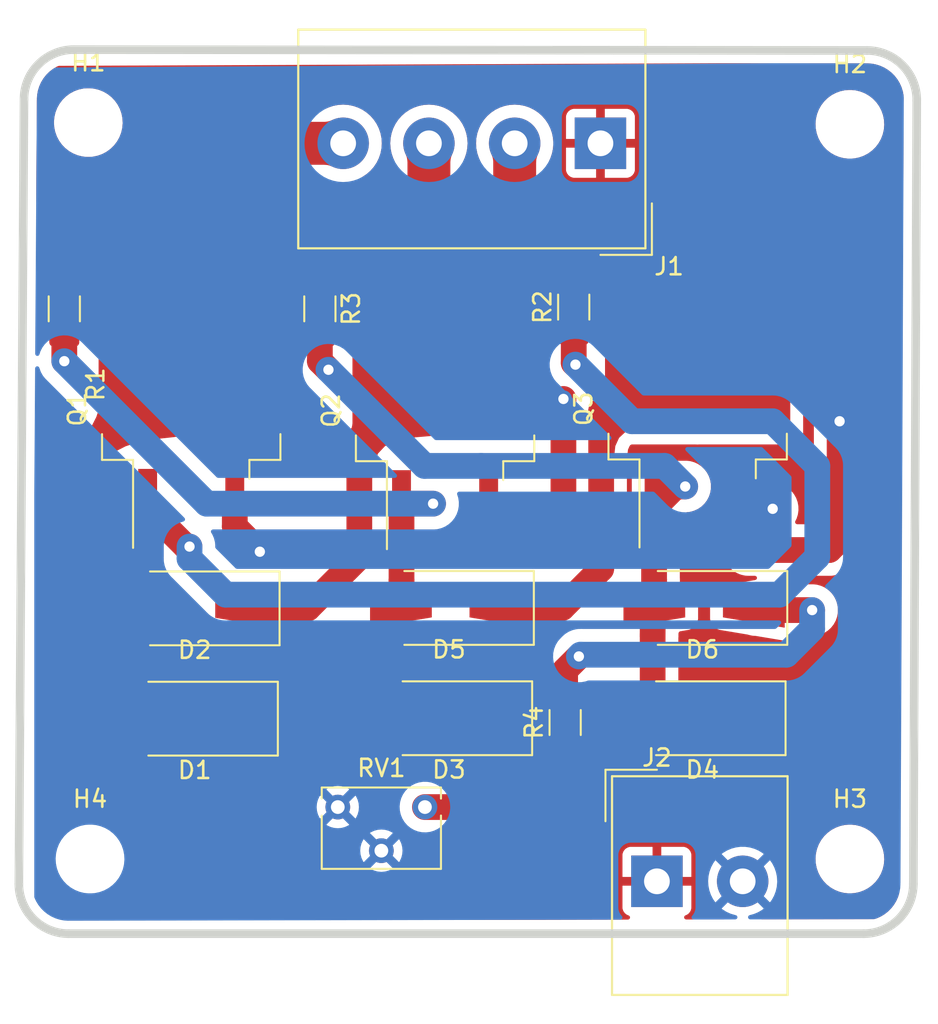
<source format=kicad_pcb>
(kicad_pcb (version 20211014) (generator pcbnew)
  (layers (0 "F.Cu" signal) (31 "B.Cu" signal) (34 "B.Paste" user) (35 "F.Paste" user) (36 "B.SilkS" user "B.Silkscreen") (37 "F.SilkS" user "F.Silkscreen") (38 "B.Mask" user) (39 "F.Mask" user) (44 "Edge.Cuts" user))
  (net 0 "")
  (net 1 "Net-(D6-Pad1)")
  (net 2 "Net-(D1-Pad2)")
  (net 3 "PIN_V")
  (net 4 "Net-(D3-Pad2)")
  (net 5 "PIN_U")
  (net 6 "Net-(D4-Pad2)")
  (net 7 "PIN_W")
  (net 8 "+12V")
  (net 9 "GNDPWR")
  (net 10 "Net-(R4-Pad1)")
  (footprint "Resistor_SMD:R_1206_3216Metric_Pad1.30x1.75mm_HandSolder" (layer "F.Cu") (at 68.95 48.35 -90)
    (fp_text reference "R3" (at 0 -1.82 90) (layer "F.SilkS"))
    (fp_text value "10K")
    (fp_line (start -0.727064 -0.91) (end 0.727064 -0.91) (layer "F.SilkS") (width 0.12))
    (fp_line (start -0.727064 0.91) (end 0.727064 0.91) (layer "F.SilkS") (width 0.12))
    (pad "1" smd roundrect (at -1.55 0 270) (size 1.3 1.75) (layers "F.Cu" "F.Paste" "F.Mask") (roundrect_rratio 0.192308) (net 3 "PIN_V"))
    (pad "2" smd roundrect (at 1.55 0 270) (size 1.3 1.75) (layers "F.Cu" "F.Paste" "F.Mask") (roundrect_rratio 0.192308) (net 6 "Net-(D4-Pad2)"))
  )
  (footprint "MountingHole:MountingHole_2.5mm" (layer "F.Cu") (at 99.85 37.6)
    (fp_text reference "H2" (at 0 -3.5) (layer "F.SilkS"))
    (fp_text value "MountingHole")
    (pad "" np_thru_hole circle (at 0 0) (size 2.5 2.5) (drill 2.5) (layers *.Cu *.Mask))
  )
  (footprint "Diode_SMD:D_SMA-SMB_Universal_Handsoldering" (layer "F.Cu") (at 76.575 65.775 180)
    (fp_text reference "D5" (at 0.1 -2.425) (layer "F.SilkS"))
    (fp_text value "1N4007")
    (fp_line (start -4.85 -2.15) (end -4.85 2.15) (layer "F.SilkS") (width 0.12))
    (fp_line (start -4.85 -2.15) (end 2.7 -2.15) (layer "F.SilkS") (width 0.12))
    (fp_line (start -4.85 2.15) (end 2.7 2.15) (layer "F.SilkS") (width 0.12))
    (pad "1" smd trapezoid (at -2.9 0 180) (size 3.6 1.7) (rect_delta 0.6 0) (layers "F.Cu" "F.Paste" "F.Mask") (net 7 "PIN_W"))
    (pad "2" smd trapezoid (at 2.9 0) (size 3.6 1.7) (rect_delta 0.6 0) (layers "F.Cu" "F.Paste" "F.Mask") (net 4 "Net-(D3-Pad2)"))
  )
  (footprint "Diode_SMD:D_SMA-SMB_Universal_Handsoldering" (layer "F.Cu") (at 61.65 72.225 180)
    (fp_text reference "D1" (at 0 -3) (layer "F.SilkS"))
    (fp_text value "1N4007")
    (fp_line (start -4.85 -2.15) (end 2.7 -2.15) (layer "F.SilkS") (width 0.12))
    (fp_line (start -4.85 2.15) (end 2.7 2.15) (layer "F.SilkS") (width 0.12))
    (fp_line (start -4.85 -2.15) (end -4.85 2.15) (layer "F.SilkS") (width 0.12))
    (pad "1" smd trapezoid (at -2.9 0 180) (size 3.6 1.7) (rect_delta 0.6 0) (layers "F.Cu" "F.Paste" "F.Mask") (net 1 "Net-(D6-Pad1)"))
    (pad "2" smd trapezoid (at 2.9 0) (size 3.6 1.7) (rect_delta 0.6 0) (layers "F.Cu" "F.Paste" "F.Mask") (net 2 "Net-(D1-Pad2)"))
  )
  (footprint "Potentiometer_THT:Potentiometer_Bourns_3266W_Vertical" (layer "F.Cu") (at 75.075 77.375)
    (fp_text reference "RV1" (at -2.54 -2.27) (layer "F.SilkS"))
    (fp_text value "100K")
    (fp_line (start -6.015 0.495) (end -6.015 3.6) (layer "F.SilkS") (width 0.12))
    (fp_line (start 0.935 0.495) (end 0.935 3.6) (layer "F.SilkS") (width 0.12))
    (fp_line (start -6.015 3.6) (end 0.935 3.6) (layer "F.SilkS") (width 0.12))
    (fp_line (start 0.935 -1.14) (end 0.935 -0.495) (layer "F.SilkS") (width 0.12))
    (fp_line (start -6.015 -1.14) (end -6.015 -0.495) (layer "F.SilkS") (width 0.12))
    (fp_line (start -6.015 -1.14) (end 0.935 -1.14) (layer "F.SilkS") (width 0.12))
    (pad "1" thru_hole circle (at 0 0) (size 1.44 1.44) (drill 0.8) (layers *.Cu *.Mask) (net 10 "Net-(R4-Pad1)"))
    (pad "2" thru_hole circle (at -2.54 2.54) (size 1.44 1.44) (drill 0.8) (layers *.Cu *.Mask) (net 9 "GNDPWR"))
    (pad "3" thru_hole circle (at -5.08 0) (size 1.44 1.44) (drill 0.8) (layers *.Cu *.Mask) (net 9 "GNDPWR"))
  )
  (footprint "Resistor_SMD:R_1206_3216Metric_Pad1.30x1.75mm_HandSolder" (layer "F.Cu") (at 54.05 48.35 -90)
    (fp_text reference "R1" (at 4.4 -1.82 90) (layer "F.SilkS"))
    (fp_text value "10K")
    (fp_line (start -0.727064 -0.91) (end 0.727064 -0.91) (layer "F.SilkS") (width 0.12))
    (fp_line (start -0.727064 0.91) (end 0.727064 0.91) (layer "F.SilkS") (width 0.12))
    (pad "1" smd roundrect (at -1.55 0 270) (size 1.3 1.75) (layers "F.Cu" "F.Paste" "F.Mask") (roundrect_rratio 0.192308) (net 5 "PIN_U"))
    (pad "2" smd roundrect (at 1.55 0 270) (size 1.3 1.75) (layers "F.Cu" "F.Paste" "F.Mask") (roundrect_rratio 0.192308) (net 4 "Net-(D3-Pad2)"))
  )
  (footprint "Resistor_SMD:R_1206_3216Metric_Pad1.30x1.75mm_HandSolder" (layer "F.Cu") (at 83.75 48.25 90)
    (fp_text reference "R2" (at 0 -1.82 90) (layer "F.SilkS"))
    (fp_text value "10K")
    (fp_line (start -0.727064 0.91) (end 0.727064 0.91) (layer "F.SilkS") (width 0.12))
    (fp_line (start -0.727064 -0.91) (end 0.727064 -0.91) (layer "F.SilkS") (width 0.12))
    (pad "1" smd roundrect (at -1.55 0 90) (size 1.3 1.75) (layers "F.Cu" "F.Paste" "F.Mask") (roundrect_rratio 0.192308) (net 2 "Net-(D1-Pad2)"))
    (pad "2" smd roundrect (at 1.55 0 90) (size 1.3 1.75) (layers "F.Cu" "F.Paste" "F.Mask") (roundrect_rratio 0.192308) (net 7 "PIN_W"))
  )
  (footprint "MountingHole:MountingHole_2.5mm" (layer "F.Cu") (at 55.45 37.5)
    (fp_text reference "H1" (at 0 -3.5) (layer "F.SilkS"))
    (fp_text value "MountingHole")
    (pad "" np_thru_hole circle (at 0 0) (size 2.5 2.5) (drill 2.5) (layers *.Cu *.Mask))
  )
  (footprint "Diode_SMD:D_SMA-SMB_Universal_Handsoldering" (layer "F.Cu") (at 76.475 72.2 180)
    (fp_text reference "D3" (at 0 -3) (layer "F.SilkS"))
    (fp_text value "1N4007")
    (fp_line (start -4.85 -2.15) (end 2.7 -2.15) (layer "F.SilkS") (width 0.12))
    (fp_line (start -4.85 2.15) (end 2.7 2.15) (layer "F.SilkS") (width 0.12))
    (fp_line (start -4.85 -2.15) (end -4.85 2.15) (layer "F.SilkS") (width 0.12))
    (pad "1" smd trapezoid (at -2.9 0 180) (size 3.6 1.7) (rect_delta 0.6 0) (layers "F.Cu" "F.Paste" "F.Mask") (net 1 "Net-(D6-Pad1)"))
    (pad "2" smd trapezoid (at 2.9 0) (size 3.6 1.7) (rect_delta 0.6 0) (layers "F.Cu" "F.Paste" "F.Mask") (net 4 "Net-(D3-Pad2)"))
  )
  (footprint "Package_TO_SOT_SMD:TO-263-2" (layer "F.Cu") (at 61.45 54.2 90)
    (fp_text reference "Q1" (at 0 -6.65 90) (layer "F.SilkS"))
    (fp_text value "IRF540N")
    (fp_line (start -1.45 5.2) (end -2.95 5.2) (layer "F.SilkS") (width 0.12))
    (fp_line (start -2.95 3.39) (end -4.05 3.39) (layer "F.SilkS") (width 0.12))
    (fp_line (start -2.95 -3.39) (end -8.075 -3.39) (layer "F.SilkS") (width 0.12))
    (fp_line (start -2.95 -5.2) (end -2.95 -3.39) (layer "F.SilkS") (width 0.12))
    (fp_line (start -2.95 5.2) (end -2.95 3.39) (layer "F.SilkS") (width 0.12))
    (fp_line (start -1.45 -5.2) (end -2.95 -5.2) (layer "F.SilkS") (width 0.12))
    (pad "1" smd rect (at -5.775 -2.54 90) (size 4.6 1.1) (layers "F.Cu" "F.Paste" "F.Mask") (net 2 "Net-(D1-Pad2)"))
    (pad "2" smd rect (at 3.375 0 90) (size 9.4 10.8) (layers "F.Cu" "F.Mask") (net 5 "PIN_U"))
    (pad "3" smd rect (at -5.775 2.54 90) (size 4.6 1.1) (layers "F.Cu" "F.Paste" "F.Mask") (net 9 "GNDPWR"))
  )
  (footprint "MountingHole:MountingHole_2.5mm" (layer "F.Cu") (at 99.85 80.4)
    (fp_text reference "H3" (at 0 -3.5) (layer "F.SilkS"))
    (fp_text value "MountingHole")
    (pad "" np_thru_hole circle (at 0 0) (size 2.5 2.5) (drill 2.5) (layers *.Cu *.Mask))
  )
  (footprint "TerminalBlock_Altech:Altech_AK300_1x04_P5.00mm_45-Degree" (layer "F.Cu") (at 85.3075 38.7075 180)
    (fp_text reference "J1" (at -4 -7.175) (layer "F.SilkS"))
    (fp_text value "MOTOR_OUTPUT")
    (fp_line (start -3 -6.5) (end 0 -6.5) (layer "F.SilkS") (width 0.12))
    (fp_line (start -2.62 6.62) (end 17.62 6.62) (layer "F.SilkS") (width 0.12))
    (fp_line (start -2.62 6.62) (end 17.62 6.62) (layer "F.SilkS") (width 0.12))
    (fp_line (start -3 -3.5) (end -3 -6.5) (layer "F.SilkS") (width 0.12))
    (fp_line (start -2.62 -6.12) (end 17.62 -6.12) (layer "F.SilkS") (width 0.12))
    (fp_line (start -2.62 -6.12) (end 17.62 -6.12) (layer "F.SilkS") (width 0.12))
    (fp_line (start 17.62 -6.12) (end 17.62 6.62) (layer "F.SilkS") (width 0.12))
    (fp_line (start 17.62 -6.12) (end 17.62 6.62) (layer "F.SilkS") (width 0.12))
    (fp_line (start -2.62 -6.12) (end -2.62 6.62) (layer "F.SilkS") (width 0.12))
    (fp_line (start -2.62 -6.12) (end -2.62 6.62) (layer "F.SilkS") (width 0.12))
    (pad "1" thru_hole rect (at 0 0 180) (size 3 3) (drill 1.5) (layers *.Cu *.Mask) (net 8 "+12V"))
    (pad "2" thru_hole circle (at 5 0 180) (size 3 3) (drill 1.5) (layers *.Cu *.Mask) (net 7 "PIN_W"))
    (pad "3" thru_hole circle (at 10 0 180) (size 3 3) (drill 1.5) (layers *.Cu *.Mask) (net 3 "PIN_V"))
    (pad "4" thru_hole circle (at 15 0 180) (size 3 3) (drill 1.5) (layers *.Cu *.Mask) (net 5 "PIN_U"))
  )
  (footprint "Package_TO_SOT_SMD:TO-263-2" (layer "F.Cu") (at 90.975 54.175 90)
    (fp_text reference "Q3" (at 0 -6.65 90) (layer "F.SilkS"))
    (fp_text value "IRF540N")
    (fp_line (start -2.95 -3.39) (end -8.075 -3.39) (layer "F.SilkS") (width 0.12))
    (fp_line (start -1.45 -5.2) (end -2.95 -5.2) (layer "F.SilkS") (width 0.12))
    (fp_line (start -1.45 5.2) (end -2.95 5.2) (layer "F.SilkS") (width 0.12))
    (fp_line (start -2.95 3.39) (end -4.05 3.39) (layer "F.SilkS") (width 0.12))
    (fp_line (start -2.95 5.2) (end -2.95 3.39) (layer "F.SilkS") (width 0.12))
    (fp_line (start -2.95 -5.2) (end -2.95 -3.39) (layer "F.SilkS") (width 0.12))
    (pad "1" smd rect (at -5.775 -2.54 90) (size 4.6 1.1) (layers "F.Cu" "F.Paste" "F.Mask") (net 6 "Net-(D4-Pad2)"))
    (pad "2" smd rect (at 3.375 0 90) (size 9.4 10.8) (layers "F.Cu" "F.Mask") (net 7 "PIN_W"))
    (pad "3" smd rect (at -5.775 2.54 90) (size 4.6 1.1) (layers "F.Cu" "F.Paste" "F.Mask") (net 9 "GNDPWR"))
  )
  (footprint "TerminalBlock_Altech:Altech_AK300_1x02_P5.00mm_45-Degree" (layer "F.Cu") (at 88.6 81.7)
    (fp_text reference "J2" (at 0 -7.2) (layer "F.SilkS"))
    (fp_text value "POWER_INPUT")
    (fp_line (start -2.62 6.62) (end 7.62 6.62) (layer "F.SilkS") (width 0.12))
    (fp_line (start -2.62 -6.12) (end 7.62 -6.12) (layer "F.SilkS") (width 0.12))
    (fp_line (start 7.62 -6.12) (end 7.62 6.62) (layer "F.SilkS") (width 0.12))
    (fp_line (start 7.62 -6.12) (end 7.62 6.62) (layer "F.SilkS") (width 0.12))
    (fp_line (start -2.62 -6.12) (end -2.62 6.62) (layer "F.SilkS") (width 0.12))
    (fp_line (start -2.62 6.62) (end 7.62 6.62) (layer "F.SilkS") (width 0.12))
    (fp_line (start -3 -6.5) (end 0 -6.5) (layer "F.SilkS") (width 0.12))
    (fp_line (start -3 -3.5) (end -3 -6.5) (layer "F.SilkS") (width 0.12))
    (fp_line (start -2.62 -6.12) (end -2.62 6.62) (layer "F.SilkS") (width 0.12))
    (fp_line (start -2.62 -6.12) (end 7.62 -6.12) (layer "F.SilkS") (width 0.12))
    (pad "1" thru_hole rect (at 0 0) (size 3 3) (drill 1.5) (layers *.Cu *.Mask) (net 8 "+12V"))
    (pad "2" thru_hole circle (at 5 0) (size 3 3) (drill 1.5) (layers *.Cu *.Mask) (net 9 "GNDPWR"))
  )
  (footprint "Resistor_SMD:R_1206_3216Metric_Pad1.30x1.75mm_HandSolder" (layer "F.Cu") (at 83.25 72.45 90)
    (fp_text reference "R4" (at 0 -1.82 90) (layer "F.SilkS"))
    (fp_text value "1K")
    (fp_line (start -0.727064 0.91) (end 0.727064 0.91) (layer "F.SilkS") (width 0.12))
    (fp_line (start -0.727064 -0.91) (end 0.727064 -0.91) (layer "F.SilkS") (width 0.12))
    (pad "1" smd roundrect (at -1.55 0 90) (size 1.3 1.75) (layers "F.Cu" "F.Paste" "F.Mask") (roundrect_rratio 0.192308) (net 10 "Net-(R4-Pad1)"))
    (pad "2" smd roundrect (at 1.55 0 90) (size 1.3 1.75) (layers "F.Cu" "F.Paste" "F.Mask") (roundrect_rratio 0.192308) (net 1 "Net-(D6-Pad1)"))
  )
  (footprint "Diode_SMD:D_SMA-SMB_Universal_Handsoldering" (layer "F.Cu") (at 61.75 65.8 180)
    (fp_text reference "D2" (at 0.1 -2.425) (layer "F.SilkS"))
    (fp_text value "1N4007")
    (fp_line (start -4.85 -2.15) (end 2.7 -2.15) (layer "F.SilkS") (width 0.12))
    (fp_line (start -4.85 -2.15) (end -4.85 2.15) (layer "F.SilkS") (width 0.12))
    (fp_line (start -4.85 2.15) (end 2.7 2.15) (layer "F.SilkS") (width 0.12))
    (pad "1" smd trapezoid (at -2.9 0 180) (size 3.6 1.7) (rect_delta 0.6 0) (layers "F.Cu" "F.Paste" "F.Mask") (net 3 "PIN_V"))
    (pad "2" smd trapezoid (at 2.9 0) (size 3.6 1.7) (rect_delta 0.6 0) (layers "F.Cu" "F.Paste" "F.Mask") (net 2 "Net-(D1-Pad2)"))
  )
  (footprint "Package_TO_SOT_SMD:TO-263-2" (layer "F.Cu") (at 76.25 54.275 90)
    (fp_text reference "Q2" (at 0 -6.65 90) (layer "F.SilkS"))
    (fp_text value "IRF540N")
    (fp_line (start -2.95 5.2) (end -2.95 3.39) (layer "F.SilkS") (width 0.12))
    (fp_line (start -1.45 -5.2) (end -2.95 -5.2) (layer "F.SilkS") (width 0.12))
    (fp_line (start -2.95 -3.39) (end -8.075 -3.39) (layer "F.SilkS") (width 0.12))
    (fp_line (start -2.95 -5.2) (end -2.95 -3.39) (layer "F.SilkS") (width 0.12))
    (fp_line (start -1.45 5.2) (end -2.95 5.2) (layer "F.SilkS") (width 0.12))
    (fp_line (start -2.95 3.39) (end -4.05 3.39) (layer "F.SilkS") (width 0.12))
    (pad "1" smd rect (at -5.775 -2.54 90) (size 4.6 1.1) (layers "F.Cu" "F.Paste" "F.Mask") (net 4 "Net-(D3-Pad2)"))
    (pad "2" smd rect (at 3.375 0 90) (size 9.4 10.8) (layers "F.Cu" "F.Mask") (net 3 "PIN_V"))
    (pad "3" smd rect (at -5.775 2.54 90) (size 4.6 1.1) (layers "F.Cu" "F.Paste" "F.Mask") (net 9 "GNDPWR"))
  )
  (footprint "MountingHole:MountingHole_2.5mm" (layer "F.Cu") (at 55.55 80.4)
    (fp_text reference "H4" (at 0 -3.5) (layer "F.SilkS"))
    (fp_text value "MountingHole")
    (pad "" np_thru_hole circle (at 0 0) (size 2.5 2.5) (drill 2.5) (layers *.Cu *.Mask))
  )
  (footprint "Diode_SMD:D_SMA-SMB_Universal_Handsoldering" (layer "F.Cu") (at 91.25 72.2 180)
    (fp_text reference "D4" (at 0 -3) (layer "F.SilkS"))
    (fp_text value "1N4007")
    (fp_line (start -4.85 -2.15) (end -4.85 2.15) (layer "F.SilkS") (width 0.12))
    (fp_line (start -4.85 -2.15) (end 2.7 -2.15) (layer "F.SilkS") (width 0.12))
    (fp_line (start -4.85 2.15) (end 2.7 2.15) (layer "F.SilkS") (width 0.12))
    (pad "1" smd trapezoid (at -2.9 0 180) (size 3.6 1.7) (rect_delta 0.6 0) (layers "F.Cu" "F.Paste" "F.Mask") (net 5 "PIN_U"))
    (pad "2" smd trapezoid (at 2.9 0) (size 3.6 1.7) (rect_delta 0.6 0) (layers "F.Cu" "F.Paste" "F.Mask") (net 6 "Net-(D4-Pad2)"))
  )
  (footprint "Diode_SMD:D_SMA-SMB_Universal_Handsoldering" (layer "F.Cu") (at 91.35 65.775 180)
    (fp_text reference "D6" (at 0.1 -2.425) (layer "F.SilkS"))
    (fp_text value "1N4007")
    (fp_line (start -4.85 -2.15) (end -4.85 2.15) (layer "F.SilkS") (width 0.12))
    (fp_line (start -4.85 -2.15) (end 2.7 -2.15) (layer "F.SilkS") (width 0.12))
    (fp_line (start -4.85 2.15) (end 2.7 2.15) (layer "F.SilkS") (width 0.12))
    (pad "1" smd trapezoid (at -2.9 0 180) (size 3.6 1.7) (rect_delta 0.6 0) (layers "F.Cu" "F.Paste" "F.Mask") (net 1 "Net-(D6-Pad1)"))
    (pad "2" smd trapezoid (at 2.9 0) (size 3.6 1.7) (rect_delta 0.6 0) (layers "F.Cu" "F.Paste" "F.Mask") (net 6 "Net-(D4-Pad2)"))
  )
  (gr_arc (start 51.70061 36.15061) (mid 52.55 34.1) (end 54.60061 33.25061) (layer "Edge.Cuts") (width 0.5))
  (gr_arc (start 100.85 33.3) (mid 102.90061 34.14939) (end 103.75 36.2) (layer "Edge.Cuts") (width 0.5))
  (gr_line (start 51.40061 81.84939) (end 51.70061 36.15061) (layer "Edge.Cuts") (width 0.5))
  (gr_line (start 100.64939 84.74939) (end 54.30061 84.74939) (layer "Edge.Cuts") (width 0.5))
  (gr_line (start 54.60061 33.25061) (end 100.85 33.3) (layer "Edge.Cuts") (width 0.5))
  (gr_arc (start 54.30061 84.74939) (mid 52.25 83.9) (end 51.40061 81.84939) (layer "Edge.Cuts") (width 0.5))
  (gr_arc (start 103.54939 81.84939) (mid 102.7 83.9) (end 100.64939 84.74939) (layer "Edge.Cuts") (width 0.5))
  (gr_line (start 103.75 36.2) (end 103.54939 81.84939) (layer "Edge.Cuts") (width 0.5))
  (segment (start 79.375 72.2) (end 80.675 70.9) (width 1.5) (layer "F.Cu") (net 1))
  (segment (start 66.375 72.225) (end 69.05 74.9) (width 1.5) (layer "F.Cu") (net 1))
  (segment (start 94.375 65.9) (end 94.25 65.775) (width 1.5) (layer "F.Cu") (net 1))
  (segment (start 69.05 74.9) (end 78.45 74.9) (width 1.5) (layer "F.Cu") (net 1))
  (segment (start 80.675 70.9) (end 83.25 70.9) (width 1.5) (layer "F.Cu") (net 1))
  (segment (start 83.25 69.4) (end 84.05 68.6) (width 1.5) (layer "F.Cu") (net 1))
  (segment (start 83.25 70.9) (end 83.25 69.4) (width 1.5) (layer "F.Cu") (net 1))
  (segment (start 78.55 73.025) (end 79.375 72.2) (width 1.5) (layer "F.Cu") (net 1))
  (segment (start 64.55 72.225) (end 66.375 72.225) (width 1.5) (layer "F.Cu") (net 1))
  (segment (start 78.55 74.8) (end 78.55 73.025) (width 1.5) (layer "F.Cu") (net 1))
  (segment (start 78.45 74.9) (end 78.55 74.8) (width 1.5) (layer "F.Cu") (net 1))
  (segment (start 97.65 65.9) (end 94.375 65.9) (width 1.5) (layer "F.Cu") (net 1))
  (via (at 84.05 68.6) (size 1) (drill 0.6) (layers "F.Cu" "B.Cu") (net 1))
  (via (at 97.65 65.9) (size 1) (drill 0.6) (layers "F.Cu" "B.Cu") (net 1))
  (segment (start 84.05 68.6) (end 84.15 68.5) (width 1.5) (layer "B.Cu") (net 1))
  (segment (start 97.65 67) (end 97.65 65.9) (width 1.5) (layer "B.Cu") (net 1))
  (segment (start 96.15 68.5) (end 97.65 67) (width 1.5) (layer "B.Cu") (net 1))
  (segment (start 84.15 68.5) (end 96.15 68.5) (width 1.5) (layer "B.Cu") (net 1))
  (segment (start 58.91 59.975) (end 58.91 64.94) (width 1.5) (layer "F.Cu") (net 2))
  (segment (start 61.35 62.2) (end 61.135 62.2) (width 1.5) (layer "F.Cu") (net 2))
  (segment (start 83.75 49.8) (end 83.75 51.5) (width 1.5) (layer "F.Cu") (net 2))
  (segment (start 58.75 72.225) (end 58.75 65.1) (width 1.5) (layer "F.Cu") (net 2))
  (segment (start 58.91 65.74) (end 58.85 65.8) (width 1.5) (layer "F.Cu") (net 2))
  (segment (start 58.91 64.94) (end 58.91 65.74) (width 1.5) (layer "F.Cu") (net 2))
  (segment (start 58.75 65.1) (end 58.91 64.94) (width 1.5) (layer "F.Cu") (net 2))
  (segment (start 83.75 51.5) (end 83.85 51.6) (width 1.5) (layer "F.Cu") (net 2))
  (segment (start 61.135 62.2) (end 58.91 59.975) (width 1.5) (layer "F.Cu") (net 2))
  (via (at 61.35 62.2) (size 1) (drill 0.6) (layers "F.Cu" "B.Cu") (net 2))
  (via (at 83.85 51.6) (size 1) (drill 0.6) (layers "F.Cu" "B.Cu") (net 2))
  (segment (start 95.35 54.9) (end 97.95 57.5) (width 1.5) (layer "B.Cu") (net 2))
  (segment (start 83.85 51.6) (end 87.15 54.9) (width 1.5) (layer "B.Cu") (net 2))
  (segment (start 87.15 54.9) (end 95.35 54.9) (width 1.5) (layer "B.Cu") (net 2))
  (segment (start 63.45 65) (end 61.35 62.9) (width 1.5) (layer "B.Cu") (net 2))
  (segment (start 97.95 57.5) (end 97.95 62.8) (width 1.5) (layer "B.Cu") (net 2))
  (segment (start 95.75 65) (end 63.45 65) (width 1.5) (layer "B.Cu") (net 2))
  (segment (start 61.35 62.9) (end 61.35 62.2) (width 1.5) (layer "B.Cu") (net 2))
  (segment (start 97.95 62.8) (end 95.75 65) (width 1.5) (layer "B.Cu") (net 2))
  (segment (start 76.25 44) (end 76.25 50.9) (width 2.5) (layer "F.Cu") (net 3))
  (segment (start 71.25 62.8) (end 71.25 55.9) (width 1.5) (layer "F.Cu") (net 3))
  (segment (start 69.15 42.9) (end 75.15 42.9) (width 2.5) (layer "F.Cu") (net 3))
  (segment (start 68.95 46.8) (end 68.95 43.1) (width 2.5) (layer "F.Cu") (net 3))
  (segment (start 68.25 65.8) (end 71.25 62.8) (width 1.5) (layer "F.Cu") (net 3))
  (segment (start 64.65 65.8) (end 68.25 65.8) (width 1.5) (layer "F.Cu") (net 3))
  (segment (start 77.4325 49.7175) (end 76.25 50.9) (width 2.5) (layer "F.Cu") (net 3))
  (segment (start 75.3075 43.0575) (end 76.25 44) (width 2.5) (layer "F.Cu") (net 3))
  (segment (start 68.95 43.1) (end 69.15 42.9) (width 2.5) (layer "F.Cu") (net 3))
  (segment (start 75.15 42.9) (end 75.3075 43.0575) (width 2.5) (layer "F.Cu") (net 3))
  (segment (start 71.25 55.9) (end 76.25 50.9) (width 1.5) (layer "F.Cu") (net 3))
  (segment (start 75.3075 38.7075) (end 75.3075 43.0575) (width 2.5) (layer "F.Cu") (net 3))
  (segment (start 73.575 72.2) (end 73.575 65.875) (width 1.5) (layer "F.Cu") (net 4))
  (segment (start 54.05 49.9) (end 54.05 51.4) (width 1.5) (layer "F.Cu") (net 4))
  (segment (start 74.06 59.7) (end 73.71 60.05) (width 1.5) (layer "F.Cu") (net 4))
  (segment (start 73.71 60.05) (end 73.71 65.74) (width 1.5) (layer "F.Cu") (net 4))
  (segment (start 73.71 65.74) (end 73.675 65.775) (width 1.5) (layer "F.Cu") (net 4))
  (segment (start 75.55 59.7) (end 74.06 59.7) (width 1.5) (layer "F.Cu") (net 4))
  (segment (start 73.575 65.875) (end 73.675 65.775) (width 1.5) (layer "F.Cu") (net 4))
  (via (at 54.05 51.4) (size 1) (drill 0.6) (layers "F.Cu" "B.Cu") (net 4))
  (via (at 75.55 59.7) (size 1) (drill 0.6) (layers "F.Cu" "B.Cu") (net 4))
  (segment (start 62.35 59.7) (end 75.55 59.7) (width 1.5) (layer "B.Cu") (net 4))
  (segment (start 54.05 51.4) (end 62.35 59.7) (width 1.5) (layer "B.Cu") (net 4))
  (segment (start 83.35 79.6) (end 78.65 79.6) (width 1.5) (layer "F.Cu") (net 5))
  (segment (start 70.3075 38.7075) (end 64.8425 38.7075) (width 2.5) (layer "F.Cu") (net 5))
  (segment (start 54.05 43.6) (end 55.55 42.1) (width 2.5) (layer "F.Cu") (net 5))
  (segment (start 86.75 75.7) (end 83.35 79.1) (width 1.5) (layer "F.Cu") (net 5))
  (segment (start 67.95 83) (end 66.35 81.4) (width 1.5) (layer "F.Cu") (net 5))
  (segment (start 66.35 76.9) (end 66.55 76.7) (width 1.5) (layer "F.Cu") (net 5))
  (segment (start 96.75 72.9) (end 96.75 75.1) (width 1.5) (layer "F.Cu") (net 5))
  (segment (start 95.95 75.9) (end 86.95 75.9) (width 1.5) (layer "F.Cu") (net 5))
  (segment (start 55.55 42.1) (end 61.45 42.1) (width 2.5) (layer "F.Cu") (net 5))
  (segment (start 94.15 72.2) (end 96.05 72.2) (width 1.5) (layer "F.Cu") (net 5))
  (segment (start 83.35 79.1) (end 83.35 79.6) (width 1.5) (layer "F.Cu") (net 5))
  (segment (start 66.55 76.7) (end 66.15 76.3) (width 1.5) (layer "F.Cu") (net 5))
  (segment (start 86.95 75.9) (end 86.75 75.7) (width 1.5) (layer "F.Cu") (net 5))
  (segment (start 54.45 57.825) (end 61.45 50.825) (width 1.5) (layer "F.Cu") (net 5))
  (segment (start 54.45 74.5) (end 54.45 57.825) (width 1.5) (layer "F.Cu") (net 5))
  (segment (start 96.75 75.1) (end 95.95 75.9) (width 1.5) (layer "F.Cu") (net 5))
  (segment (start 66.35 81.4) (end 66.35 76.9) (width 1.5) (layer "F.Cu") (net 5))
  (segment (start 56.25 76.3) (end 54.45 74.5) (width 1.5) (layer "F.Cu") (net 5))
  (segment (start 64.8425 38.7075) (end 61.45 42.1) (width 2.5) (layer "F.Cu") (net 5))
  (segment (start 66.15 76.3) (end 56.25 76.3) (width 1.5) (layer "F.Cu") (net 5))
  (segment (start 78.65 79.6) (end 77.75 80.5) (width 1.5) (layer "F.Cu") (net 5))
  (segment (start 77.75 80.9) (end 75.65 83) (width 1.5) (layer "F.Cu") (net 5))
  (segment (start 75.65 83) (end 67.95 83) (width 1.5) (layer "F.Cu") (net 5))
  (segment (start 77.75 80.5) (end 77.75 80.9) (width 1.5) (layer "F.Cu") (net 5))
  (segment (start 96.05 72.2) (end 96.75 72.9) (width 1.5) (layer "F.Cu") (net 5))
  (segment (start 61.45 42.1) (end 61.45 50.825) (width 2.5) (layer "F.Cu") (net 5))
  (segment (start 54.05 46.8) (end 54.05 43.6) (width 2.5) (layer "F.Cu") (net 5))
  (segment (start 90.25 58.7) (end 89.685 58.7) (width 1.5) (layer "F.Cu") (net 6))
  (segment (start 88.435 59.95) (end 88.435 65.76) (width 1.5) (layer "F.Cu") (net 6))
  (segment (start 68.95 49.9) (end 68.95 51.4) (width 1.5) (layer "F.Cu") (net 6))
  (segment (start 88.435 65.76) (end 88.45 65.775) (width 1.5) (layer "F.Cu") (net 6))
  (segment (start 88.35 72.2) (end 88.35 65.875) (width 1.5) (layer "F.Cu") (net 6))
  (segment (start 89.685 58.7) (end 88.435 59.95) (width 1.5) (layer "F.Cu") (net 6))
  (segment (start 88.35 65.875) (end 88.45 65.775) (width 1.5) (layer "F.Cu") (net 6))
  (segment (start 68.95 51.4) (end 69.45 51.9) (width 1.5) (layer "F.Cu") (net 6))
  (via (at 69.45 51.9) (size 1) (drill 0.6) (layers "F.Cu" "B.Cu") (net 6))
  (via (at 90.25 58.7) (size 1) (drill 0.6) (layers "F.Cu" "B.Cu") (net 6))
  (segment (start 75.05 57.5) (end 78.35 57.5) (width 1.5) (layer "B.Cu") (net 6))
  (segment (start 89.05 57.5) (end 90.25 58.7) (width 1.5) (layer "B.Cu") (net 6))
  (segment (start 78.35 57.5) (end 89.05 57.5) (width 1.5) (layer "B.Cu") (net 6))
  (segment (start 69.45 51.9) (end 75.05 57.5) (width 1.5) (layer "B.Cu") (net 6))
  (segment (start 81.35 43) (end 82.65 43) (width 2.5) (layer "F.Cu") (net 7))
  (segment (start 80.3075 41.9575) (end 81.35 43) (width 2.5) (layer "F.Cu") (net 7))
  (segment (start 83.75 46.7) (end 83.75 44.1) (width 2.5) (layer "F.Cu") (net 7))
  (segment (start 89.95 43) (end 90.975 44.025) (width 2.5) (layer "F.Cu") (net 7))
  (segment (start 88.85 50.8) (end 90.975 50.8) (width 1.5) (layer "F.Cu") (net 7))
  (segment (start 83.75 44.1) (end 82.65 43) (width 2.5) (layer "F.Cu") (net 7))
  (segment (start 80.3075 38.7075) (end 80.3075 41.9575) (width 2.5) (layer "F.Cu") (net 7))
  (segment (start 82.65 43) (end 89.95 43) (width 2.5) (layer "F.Cu") (net 7))
  (segment (start 83.075 65.775) (end 85.35 63.5) (width 1.5) (layer "F.Cu") (net 7))
  (segment (start 85.35 54.3) (end 88.85 50.8) (width 1.5) (layer "F.Cu") (net 7))
  (segment (start 91.05 50.725) (end 90.975 50.8) (width 2.5) (layer "F.Cu") (net 7))
  (segment (start 85.35 63.5) (end 85.35 54.3) (width 1.5) (layer "F.Cu") (net 7))
  (segment (start 79.475 65.775) (end 83.075 65.775) (width 1.5) (layer "F.Cu") (net 7))
  (segment (start 90.975 44.025) (end 90.975 50.8) (width 2.5) (layer "F.Cu") (net 7))
  (segment (start 99.25 61.8) (end 99.25 54.9) (width 1.5) (layer "F.Cu") (net 9))
  (segment (start 93.95 62.4) (end 98.65 62.4) (width 1.5) (layer "F.Cu") (net 9))
  (segment (start 82.85 62.2) (end 82.95 62.1) (width 1.5) (layer "F.Cu") (net 9))
  (segment (start 93.515 59.95) (end 95.3 59.95) (width 1.5) (layer "F.Cu") (net 9))
  (segment (start 82.95 62.1) (end 83.15 61.9) (width 1.5) (layer "F.Cu") (net 9))
  (segment (start 98.65 62.4) (end 99.25 61.8) (width 1.5) (layer "F.Cu") (net 9))
  (segment (start 63.99 61.04) (end 65.45 62.5) (width 1.5) (layer "F.Cu") (net 9))
  (segment (start 83.15 55.5) (end 83.15 53.6) (width 1.5) (layer "F.Cu") (net 9))
  (segment (start 93.515 59.95) (end 93.515 61.965) (width 1.5) (layer "F.Cu") (net 9))
  (segment (start 63.99 59.975) (end 63.99 61.04) (width 1.5) (layer "F.Cu") (net 9))
  (segment (start 78.79 61.44) (end 79.55 62.2) (width 1.5) (layer "F.Cu") (net 9))
  (segment (start 79.55 62.2) (end 82.85 62.2) (width 1.5) (layer "F.Cu") (net 9))
  (segment (start 95.3 59.95) (end 95.35 60) (width 1.5) (layer "F.Cu") (net 9))
  (segment (start 78.79 60.05) (end 78.79 61.44) (width 1.5) (layer "F.Cu") (net 9))
  (segment (start 83.15 61.9) (end 83.15 55.5) (width 1.5) (layer "F.Cu") (net 9))
  (segment (start 93.515 61.965) (end 93.95 62.4) (width 1.5) (layer "F.Cu") (net 9))
  (via (at 83.15 53.6) (size 1) (drill 0.6) (layers "F.Cu" "B.Cu") (net 9))
  (via (at 95.35 60) (size 1) (drill 0.6) (layers "F.Cu" "B.Cu") (net 9))
  (via (at 99.25 54.9) (size 1) (drill 0.6) (layers "F.Cu" "B.Cu") (net 9))
  (via (at 65.45 62.5) (size 1) (drill 0.6) (layers "F.Cu" "B.Cu") (net 9))
  (segment (start 75.075 77.375) (end 81.875 77.375) (width 1.5) (layer "F.Cu") (net 10))
  (segment (start 83.25 76) (end 83.25 74) (width 1.5) (layer "F.Cu") (net 10))
  (segment (start 81.875 77.375) (end 83.25 76) (width 1.5) (layer "F.Cu") (net 10))
  (zone (net 6) (net_name "Net-(D4-Pad2)") (layer "F.Cu") (priority 16962) (connect_pads yes (clearance 0)) (min_thickness 0.0254) (fill yes (thermal_gap 0.508) (thermal_bridge_width 0.508))
    (polygon (pts (xy 87.6 70.51) (xy 87.600744 70.704869) (xy 87.602581 70.892035) (xy 87.604913 71.069143) (xy 87.607144 71.233838) (xy 87.608677 71.383766) (xy 87.608916 71.516572) (xy 87.607264 71.629902) (xy 87.603125 71.721402) (xy 87.595902 71.788718) (xy 87.585 71.829494) (xy 88.35 72.625) (xy 89.115 71.829494) (xy 89.104097 71.788718) (xy 89.096874 71.721402) (xy 89.092735 71.629902) (xy 89.091083 71.516572) (xy 89.091322 71.383766) (xy 89.092855 71.233838) (xy 89.095086 71.069143) (xy 89.097418 70.892035) (xy 89.099255 70.704869) (xy 89.1 70.51)))
  )
  (zone (net 1) (net_name "Net-(D6-Pad1)") (layer "F.Cu") (priority 16962) (connect_pads yes (clearance 0)) (min_thickness 0.0254) (fill yes (thermal_gap 0.508) (thermal_bridge_width 0.508))
    (polygon (pts (xy 95.945 65.15) (xy 95.764868 65.149218) (xy 95.591685 65.146875) (xy 95.427719 65.142976) (xy 95.275237 65.137525) (xy 95.136506 65.130525) (xy 95.013792 65.121982) (xy 94.909364 65.111899) (xy 94.825489 65.10028) (xy 94.764433 65.08713) (xy 94.728465 65.072454) (xy 93.829576 65.712807) (xy 94.50457 66.585983) (xy 94.550508 66.579905) (xy 94.624785 66.580204) (xy 94.724948 66.585528) (xy 94.848546 66.594525) (xy 94.993128 66.605846) (xy 95.156243 66.618138) (xy 95.335438 66.630051) (xy 95.528264 66.640233) (xy 95.732268 66.647333) (xy 95.945 66.65)))
  )
  (zone (net 6) (net_name "Net-(D4-Pad2)") (layer "F.Cu") (priority 16962) (connect_pads yes (clearance 0)) (min_thickness 0.0254) (fill yes (thermal_gap 0.508) (thermal_bridge_width 0.508))
    (polygon (pts (xy 87.685 64.07) (xy 87.685967 64.269046) (xy 87.688413 64.460194) (xy 87.691647 64.641051) (xy 87.694983 64.809226) (xy 87.697733 64.962326) (xy 87.69921 65.097959) (xy 87.698724 65.213732) (xy 87.695589 65.307253) (xy 87.689116 65.376129) (xy 87.678619 65.41797) (xy 88.457454 66.199934) (xy 89.208383 65.391132) (xy 89.196852 65.350492) (xy 89.188765 65.283205) (xy 89.183595 65.191641) (xy 89.180818 65.078169) (xy 89.179908 64.945159) (xy 89.180341 64.794983) (xy 89.181592 64.630008) (xy 89.183135 64.452606) (xy 89.184446 64.265147) (xy 89.185 64.07)))
  )
  (zone (net 5) (net_name "PIN_U") (layer "F.Cu") (priority 16962) (connect_pads yes (clearance 0)) (min_thickness 0.0254) (fill yes (thermal_gap 0.508) (thermal_bridge_width 0.508))
    (polygon (pts (xy 95.84 71.45) (xy 95.64513 71.450744) (xy 95.457964 71.452581) (xy 95.280856 71.454913) (xy 95.116161 71.457144) (xy 94.966233 71.458677) (xy 94.833427 71.458916) (xy 94.720097 71.457264) (xy 94.628597 71.453125) (xy 94.561281 71.445902) (xy 94.520506 71.435) (xy 93.725 72.2) (xy 94.520506 72.965) (xy 94.561281 72.954097) (xy 94.628597 72.946874) (xy 94.720097 72.942735) (xy 94.833427 72.941083) (xy 94.966233 72.941322) (xy 95.116161 72.942855) (xy 95.280856 72.945086) (xy 95.457964 72.947418) (xy 95.64513 72.949255) (xy 95.84 72.95)))
  )
  (zone (net 1) (net_name "Net-(D6-Pad1)") (layer "F.Cu") (priority 16962) (connect_pads yes (clearance 0)) (min_thickness 0.0254) (fill yes (thermal_gap 0.508) (thermal_bridge_width 0.508))
    (polygon (pts (xy 80.039679 70.474661) (xy 79.902412 70.612981) (xy 79.771364 70.746625) (xy 79.647779 70.873508) (xy 79.5329 70.991542) (xy 79.427969 71.098641) (xy 79.33423 71.192718) (xy 79.252926 71.271687) (xy 79.185299 71.33346) (xy 79.132593 71.375952) (xy 79.096051 71.397076) (xy 79.07448 72.50052) (xy 80.177924 72.478949) (xy 80.199047 72.442406) (xy 80.241539 72.3897) (xy 80.303312 72.322073) (xy 80.382281 72.240769) (xy 80.476358 72.14703) (xy 80.583457 72.042099) (xy 80.701491 71.92722) (xy 80.828374 71.803635) (xy 80.962018 71.672587) (xy 81.100339 71.535321)))
  )
  (zone (net 3) (net_name "PIN_V") (layer "F.Cu") (priority 16962) (connect_pads yes (clearance 0)) (min_thickness 0.0254) (fill yes (thermal_gap 0.508) (thermal_bridge_width 0.508))
    (polygon (pts (xy 74.423617 43.941384) (xy 74.661784 44.251857) (xy 74.800088 44.588364) (xy 74.853891 44.938198) (xy 74.838553 45.288652) (xy 74.769439 45.627018) (xy 74.661909 45.940591) (xy 74.531327 46.216663) (xy 74.393055 46.442527) (xy 74.262454 46.605476) (xy 74.154888 46.692804) (xy 76.25 53.25) (xy 78.345112 46.692804) (xy 78.199222 46.547637) (xy 78.080274 46.287766) (xy 77.972376 45.930642) (xy 77.859634 45.493717) (xy 77.726152 44.994442) (xy 77.556038 44.450268) (xy 77.333398 43.878647) (xy 77.042338 43.297031) (xy 76.666965 42.72287) (xy 76.191384 42.173617)))
  )
  (zone (net 8) (net_name "+12V") (layer "F.Cu") (connect_pads (clearance 0.75)) (min_thickness 0.254) (fill yes (thermal_gap 0.508) (thermal_bridge_width 0.508))
    (polygon (pts (xy 102.7 83.9) (xy 52.3 84) (xy 52.3 34.2) (xy 103 34)))
  )
  (zone (net 1) (net_name "Net-(D6-Pad1)") (layer "F.Cu") (priority 16962) (connect_pads yes (clearance 0)) (min_thickness 0.0254) (fill yes (thermal_gap 0.508) (thermal_bridge_width 0.508))
    (polygon (pts (xy 79.3 73.558273) (xy 79.30865 73.463146) (xy 79.332331 73.37563) (xy 79.367634 73.29617) (xy 79.411153 73.22521) (xy 79.459478 73.163198) (xy 79.509203 73.110577) (xy 79.55692 73.067794) (xy 79.599222 73.035294) (xy 79.632701 73.013522) (xy 79.653949 73.002924) (xy 79.67552 71.89948) (xy 78.525 72.2) (xy 78.5047 72.245306) (xy 78.4496 72.311699) (xy 78.368399 72.398813) (xy 78.2698 72.506286) (xy 78.1625 72.633754) (xy 78.0552 72.780852) (xy 77.9566 72.947217) (xy 77.8754 73.132484) (xy 77.8203 73.336291) (xy 77.8 73.558273)))
  )
  (zone (net 3) (net_name "PIN_V") (layer "F.Cu") (priority 16962) (connect_pads yes (clearance 0)) (min_thickness 0.0254) (fill yes (thermal_gap 0.508) (thermal_bridge_width 0.508))
    (polygon (pts (xy 76.5575 41.6975) (xy 76.554796 41.359347) (xy 76.54833 41.04599) (xy 76.540572 40.75684) (xy 76.533991 40.491313) (xy 76.531056 40.24882) (xy 76.534237 40.028775) (xy 76.546002 39.83059) (xy 76.568822 39.65368) (xy 76.605164 39.497456) (xy 76.6575 39.361334) (xy 75.3075 37.9575) (xy 73.9575 39.361334) (xy 74.009835 39.497456) (xy 74.046177 39.65368) (xy 74.068997 39.83059) (xy 74.080762 40.028775) (xy 74.083943 40.24882) (xy 74.081008 40.491313) (xy 74.074427 40.75684) (xy 74.066669 41.04599) (xy 74.060203 41.359347) (xy 74.0575 41.6975)))
  )
  (zone (net 5) (net_name "PIN_U") (layer "F.Cu") (priority 16962) (connect_pads yes (clearance 0)) (min_thickness 0.0254) (fill yes (thermal_gap 0.508) (thermal_bridge_width 0.508))
    (polygon (pts (xy 55.340599 57.995061) (xy 56.161565 57.252329) (xy 56.914849 56.720853) (xy 57.621181 56.360553) (xy 58.301296 56.131349) (xy 58.975925 55.993162) (xy 59.665801 55.905913) (xy 60.391656 55.829521) (xy 61.174223 55.723907) (xy 62.034235 55.548993) (xy 62.992424 55.264698) (xy 63.1117 49.1633) (xy 57.010302 49.282576) (xy 56.726006 50.240764) (xy 56.551092 51.100776) (xy 56.445478 51.883343) (xy 56.369086 52.609198) (xy 56.281837 53.299074) (xy 56.14365 53.973703) (xy 55.914446 54.653818) (xy 55.554146 55.36015) (xy 55.02267 56.113434) (xy 54.279939 56.934401)))
  )
  (zone (net 3) (net_name "PIN_V") (layer "F.Cu") (priority 16962) (connect_pads yes (clearance 0)) (min_thickness 0.0254) (fill yes (thermal_gap 0.508) (thermal_bridge_width 0.508))
    (polygon (pts (xy 72 58.228932) (xy 72.089463 57.386828) (xy 72.343837 56.775466) (xy 72.742095 56.354417) (xy 73.26321 56.08325) (xy 73.886156 55.921535) (xy 74.589906 55.828843) (xy 75.353435 55.764743) (xy 76.155715 55.688805) (xy 76.97572 55.5606) (xy 77.792424 55.339698) (xy 77.9117 49.2383) (xy 71.55 50.9) (xy 71.5206 51.79778) (xy 71.4408 52.559207) (xy 71.323199 53.221673) (xy 71.1804 53.822569) (xy 71.025 54.399287) (xy 70.8696 54.989219) (xy 70.7268 55.629758) (xy 70.6092 56.358295) (xy 70.5294 57.212222) (xy 70.5 58.228932)))
  )
  (zone (net 5) (net_name "PIN_U") (layer "F.Cu") (priority 16962) (connect_pads yes (clearance 0)) (min_thickness 0.0254) (fill yes (thermal_gap 0.508) (thermal_bridge_width 0.508))
    (polygon (pts (xy 60.2 42.11) (xy 60.166562 43.011169) (xy 60.069768 43.786378) (xy 59.914895 44.457364) (xy 59.707223 45.045863) (xy 59.452029 45.573614) (xy 59.154592 46.062352) (xy 58.820191 46.533814) (xy 58.454102 47.009738) (xy 58.061605 47.511859) (xy 57.647979 48.061916) (xy 61.45 53.175) (xy 65.252021 48.061916) (xy 64.838394 47.511859) (xy 64.445897 47.009738) (xy 64.079808 46.533814) (xy 63.745407 46.062352) (xy 63.44797 45.573614) (xy 63.192776 45.045863) (xy 62.985104 44.457364) (xy 62.830231 43.786378) (xy 62.733437 43.011169) (xy 62.7 42.11)))
  )
  (zone (net 4) (net_name "Net-(D3-Pad2)") (layer "F.Cu") (priority 16962) (connect_pads yes (clearance 0)) (min_thickness 0.0254) (fill yes (thermal_gap 0.508) (thermal_bridge_width 0.508))
    (polygon (pts (xy 72.96 64.07) (xy 72.960289 64.262602) (xy 72.960877 64.447651) (xy 72.961342 64.622791) (xy 72.961263 64.785667) (xy 72.960219 64.933925) (xy 72.95779 65.065209) (xy 72.953554 65.177166) (xy 72.94709 65.267438) (xy 72.937977 65.333673) (xy 72.925795 65.373515) (xy 73.657617 66.199644) (xy 74.454514 65.436094) (xy 74.44474 65.393453) (xy 74.439397 65.323512) (xy 74.437683 65.228677) (xy 74.438797 65.111356) (xy 74.441937 64.973956) (xy 74.446303 64.818882) (xy 74.451094 64.648543) (xy 74.455507 64.465345) (xy 74.458743 64.271695) (xy 74.46 64.07)))
  )
  (zone (net 2) (net_name "Net-(D1-Pad2)") (layer "F.Cu") (priority 16962) (connect_pads yes (clearance 0)) (min_thickness 0.0254) (fill yes (thermal_gap 0.508) (thermal_bridge_width 0.508))
    (polygon (pts (xy 58 70.535) (xy 58.000744 70.729869) (xy 58.002581 70.917035) (xy 58.004913 71.094143) (xy 58.007144 71.258838) (xy 58.008677 71.408766) (xy 58.008916 71.541572) (xy 58.007264 71.654902) (xy 58.003125 71.746402) (xy 57.995902 71.813718) (xy 57.985 71.854494) (xy 58.75 72.65) (xy 59.515 71.854494) (xy 59.504097 71.813718) (xy 59.496874 71.746402) (xy 59.492735 71.654902) (xy 59.491083 71.541572) (xy 59.491322 71.408766) (xy 59.492855 71.258838) (xy 59.495086 71.094143) (xy 59.497418 70.917035) (xy 59.499255 70.729869) (xy 59.5 70.535)))
  )
  (zone (net 2) (net_name "Net-(D1-Pad2)") (layer "F.Cu") (priority 16962) (connect_pads yes (clearance 0)) (min_thickness 0.0254) (fill yes (thermal_gap 0.508) (thermal_bridge_width 0.508))
    (polygon (pts (xy 58.16 64.94) (xy 58.15916 65.001197) (xy 58.15688 65.0611) (xy 58.153519 65.118498) (xy 58.149434 65.17218) (xy 58.144985 65.220938) (xy 58.140531 65.26356) (xy 58.136429 65.298838) (xy 58.133039 65.32556) (xy 58.130719 65.342518) (xy 58.129828 65.348501) (xy 58.820075 66.223945) (xy 59.626456 65.454146) (xy 59.62735 65.446604) (xy 59.629873 65.425246) (xy 59.633619 65.391597) (xy 59.638183 65.347181) (xy 59.643158 65.293524) (xy 59.648139 65.232151) (xy 59.652719 65.164587) (xy 59.656493 65.092357) (xy 59.659055 65.016986) (xy 59.66 64.94)))
  )
  (zone (net 7) (net_name "PIN_W") (layer "F.Cu") (priority 16962) (connect_pads yes (clearance 0)) (min_thickness 0.0254) (fill yes (thermal_gap 0.508) (thermal_bridge_width 0.508))
    (polygon (pts (xy 81.165 65.025) (xy 80.97013 65.025744) (xy 80.782964 65.027581) (xy 80.605856 65.029913) (xy 80.441161 65.032144) (xy 80.291233 65.033677) (xy 80.158427 65.033916) (xy 80.045097 65.032264) (xy 79.953597 65.028125) (xy 79.886281 65.020902) (xy 79.845506 65.01) (xy 79.05 65.775) (xy 79.845506 66.54) (xy 79.886281 66.529097) (xy 79.953597 66.521874) (xy 80.045097 66.517735) (xy 80.158427 66.516083) (xy 80.291233 66.516322) (xy 80.441161 66.517855) (xy 80.605856 66.520086) (xy 80.782964 66.522418) (xy 80.97013 66.524255) (xy 81.165 66.525)))
  )
  (zone (net 5) (net_name "PIN_U") (layer "F.Cu") (priority 16962) (connect_pads yes (clearance 0)) (min_thickness 0.0254) (fill yes (thermal_gap 0.508) (thermal_bridge_width 0.508))
    (polygon (pts (xy 67.3175 39.9575) (xy 67.655652 39.954796) (xy 67.969009 39.94833) (xy 68.258159 39.940572) (xy 68.523686 39.933991) (xy 68.766179 39.931056) (xy 68.986224 39.934237) (xy 69.184409 39.946002) (xy 69.361319 39.968822) (xy 69.517543 40.005164) (xy 69.653666 40.0575) (xy 71.0575 38.7075) (xy 69.653666 37.3575) (xy 69.517543 37.409835) (xy 69.361319 37.446177) (xy 69.184409 37.468997) (xy 68.986224 37.480762) (xy 68.766179 37.483943) (xy 68.523686 37.481008) (xy 68.258159 37.474427) (xy 67.969009 37.466669) (xy 67.655652 37.460203) (xy 67.3175 37.4575)))
  )
  (zone (net 1) (net_name "Net-(D6-Pad1)") (layer "F.Cu") (priority 16962) (connect_pads yes (clearance 0)) (min_thickness 0.0254) (fill yes (thermal_gap 0.508) (thermal_bridge_width 0.508))
    (polygon (pts (xy 66.24 71.475) (xy 66.04513 71.475744) (xy 65.857964 71.477581) (xy 65.680856 71.479913) (xy 65.516161 71.482144) (xy 65.366233 71.483677) (xy 65.233427 71.483916) (xy 65.120097 71.482264) (xy 65.028597 71.478125) (xy 64.961281 71.470902) (xy 64.920506 71.46) (xy 64.125 72.225) (xy 64.920506 72.99) (xy 64.961281 72.979097) (xy 65.028597 72.971874) (xy 65.120097 72.967735) (xy 65.233427 72.966083) (xy 65.366233 72.966322) (xy 65.516161 72.967855) (xy 65.680856 72.970086) (xy 65.857964 72.972418) (xy 66.04513 72.974255) (xy 66.24 72.975)))
  )
  (zone (net 7) (net_name "PIN_W") (layer "F.Cu") (priority 16962) (connect_pads yes (clearance 0)) (min_thickness 0.0254) (fill yes (thermal_gap 0.508) (thermal_bridge_width 0.508))
    (polygon (pts (xy 81.5575 41.6975) (xy 81.554796 41.359347) (xy 81.54833 41.04599) (xy 81.540572 40.75684) (xy 81.533991 40.491313) (xy 81.531056 40.24882) (xy 81.534237 40.028775) (xy 81.546002 39.83059) (xy 81.568822 39.65368) (xy 81.605164 39.497456) (xy 81.6575 39.361334) (xy 80.3075 37.9575) (xy 78.9575 39.361334) (xy 79.009835 39.497456) (xy 79.046177 39.65368) (xy 79.068997 39.83059) (xy 79.080762 40.028775) (xy 79.083943 40.24882) (xy 79.081008 40.491313) (xy 79.074427 40.75684) (xy 79.066669 41.04599) (xy 79.060203 41.359347) (xy 79.0575 41.6975)))
  )
  (zone (net 2) (net_name "Net-(D1-Pad2)") (layer "F.Cu") (priority 16962) (connect_pads yes (clearance 0)) (min_thickness 0.0254) (fill yes (thermal_gap 0.508) (thermal_bridge_width 0.508))
    (polygon (pts (xy 59.5 66.79) (xy 59.492588 66.74169) (xy 59.472568 66.699747) (xy 59.443262 66.663776) (xy 59.407992 66.633384) (xy 59.370079 66.608177) (xy 59.332847 66.587761) (xy 59.299615 66.571743) (xy 59.273708 66.559729) (xy 59.258446 66.551326) (xy 59.257153 66.54614) (xy 59.097026 65.454164) (xy 58 65.8) (xy 58 65.832397) (xy 58 65.883952) (xy 57.999999 65.953029) (xy 58 66.037996) (xy 58 66.137218) (xy 58 66.249064) (xy 58 66.371898) (xy 58 66.504088) (xy 58 66.643999) (xy 58 66.79)))
  )
  (zone (net 6) (net_name "Net-(D4-Pad2)") (layer "F.Cu") (priority 16962) (connect_pads yes (clearance 0)) (min_thickness 0.0254) (fill yes (thermal_gap 0.508) (thermal_bridge_width 0.508))
    (polygon (pts (xy 89.1 67.475) (xy 89.100505 67.291132) (xy 89.102091 67.114387) (xy 89.104866 66.947061) (xy 89.108934 66.791449) (xy 89.114402 66.649847) (xy 89.121377 66.524552) (xy 89.129965 66.417859) (xy 89.140272 66.332064) (xy 89.152404 66.269463) (xy 89.166469 66.232352) (xy 88.499657 65.352911) (xy 87.64695 66.053585) (xy 87.65413 66.098672) (xy 87.655491 66.171843) (xy 87.652225 66.270654) (xy 87.645525 66.392661) (xy 87.636584 66.535421) (xy 87.626594 66.696491) (xy 87.616748 66.873427) (xy 87.608238 67.063786) (xy 87.602258 67.265125) (xy 87.6 67.475)))
  )
  (zone (net 3) (net_name "PIN_V") (layer "F.Cu") (priority 16962) (connect_pads yes (clearance 0)) (min_thickness 0.0254) (fill yes (thermal_gap 0.508) (thermal_bridge_width 0.508))
    (polygon (pts (xy 66.34 65.05) (xy 66.14513 65.050744) (xy 65.957964 65.052581) (xy 65.780856 65.054913) (xy 65.616161 65.057144) (xy 65.466233 65.058677) (xy 65.333427 65.058916) (xy 65.220097 65.057264) (xy 65.128597 65.053125) (xy 65.061281 65.045902) (xy 65.020506 65.035) (xy 64.225 65.8) (xy 65.020506 66.565) (xy 65.061281 66.554097) (xy 65.128597 66.546874) (xy 65.220097 66.542735) (xy 65.333427 66.541083) (xy 65.466233 66.541322) (xy 65.616161 66.542855) (xy 65.780856 66.545086) (xy 65.957964 66.547418) (xy 66.14513 66.549255) (xy 66.34 66.55)))
  )
  (zone (net 4) (net_name "Net-(D3-Pad2)") (layer "F.Cu") (priority 16962) (connect_pads yes (clearance 0)) (min_thickness 0.0254) (fill yes (thermal_gap 0.508) (thermal_bridge_width 0.508))
    (polygon (pts (xy 72.825 70.51) (xy 72.825744 70.704869) (xy 72.827581 70.892035) (xy 72.829913 71.069143) (xy 72.832144 71.233838) (xy 72.833677 71.383766) (xy 72.833916 71.516572) (xy 72.832264 71.629902) (xy 72.828125 71.721402) (xy 72.820902 71.788718) (xy 72.81 71.829494) (xy 73.575 72.625) (xy 74.34 71.829494) (xy 74.329097 71.788718) (xy 74.321874 71.721402) (xy 74.317735 71.629902) (xy 74.316083 71.516572) (xy 74.316322 71.383766) (xy 74.317855 71.233838) (xy 74.320086 71.069143) (xy 74.322418 70.892035) (xy 74.324255 70.704869) (xy 74.325 70.51)))
  )
  (zone (net 7) (net_name "PIN_W") (layer "F.Cu") (priority 16962) (connect_pads yes (clearance 0)) (min_thickness 0.0254) (fill yes (thermal_gap 0.508) (thermal_bridge_width 0.508))
    (polygon (pts (xy 86.1 57.010252) (xy 86.176551 56.343223) (xy 86.394048 55.867085) (xy 86.734259 55.553253) (xy 87.178948 55.373141) (xy 87.709882 55.298162) (xy 88.308828 55.299733) (xy 88.957551 55.349266) (xy 89.637818 55.418175) (xy 90.331394 55.477877) (xy 91.020048 55.499784) (xy 93.080084 49.755434) (xy 86.275 50.8) (xy 86.2281 51.575572) (xy 86.1008 52.225152) (xy 85.913199 52.783109) (xy 85.6854 53.28381) (xy 85.4375 53.761623) (xy 85.1896 54.250916) (xy 84.9618 54.786058) (xy 84.7742 55.401416) (xy 84.6469 56.131358) (xy 84.6 57.010252)))
  )
  (zone (net 7) (net_name "PIN_W") (layer "F.Cu") (priority 16962) (connect_pads yes (clearance 0)) (min_thickness 0.0254) (fill yes (thermal_gap 0.508) (thermal_bridge_width 0.508))
    (polygon (pts (xy 88.774569 44.25) (xy 89.34277 44.324216) (xy 89.60077 44.533887) (xy 89.600631 44.859543) (xy 89.394415 45.281714) (xy 89.034184 45.780933) (xy 88.572001 46.33773) (xy 88.059929 46.932636) (xy 87.55003 47.546182) (xy 87.094366 48.158899) (xy 86.745 48.751318) (xy 90.975 53.15) (xy 90.975 46.1) (xy 90.467591 45.9782) (xy 90.171683 45.6476) (xy 90.031909 45.160399) (xy 89.992905 44.5688) (xy 89.999305 43.925) (xy 89.995743 43.2812) (xy 89.926854 42.6896) (xy 89.737273 42.2024) (xy 89.371632 41.8718) (xy 88.774569 41.75)))
  )
  (zone (net 4) (net_name "Net-(D3-Pad2)") (layer "F.Cu") (priority 16962) (connect_pads yes (clearance 0)) (min_thickness 0.0254) (fill yes (thermal_gap 0.508) (thermal_bridge_width 0.508))
    (polygon (pts (xy 74.325 67.475) (xy 74.325505 67.291132) (xy 74.327091 67.114387) (xy 74.329866 66.947061) (xy 74.333934 66.791449) (xy 74.339402 66.649847) (xy 74.346377 66.524552) (xy 74.354965 66.417859) (xy 74.365272 66.332064) (xy 74.377404 66.269463) (xy 74.391469 66.232352) (xy 73.724657 65.352911) (xy 72.87195 66.053585) (xy 72.87913 66.098672) (xy 72.880491 66.171843) (xy 72.877225 66.270654) (xy 72.870525 66.392661) (xy 72.861584 66.535421) (xy 72.851594 66.696491) (xy 72.841748 66.873427) (xy 72.833238 67.063786) (xy 72.827258 67.265125) (xy 72.825 67.475)))
  )
  (zone (net 9) (net_name "GNDPWR") (layer "B.Cu") (connect_pads (clearance 0.75)) (min_thickness 0.254) (fill yes (thermal_gap 0.508) (thermal_bridge_width 0.508))
    (polygon (pts (xy 102.8 83.9) (xy 52.3 84) (xy 52.3 34.3) (xy 103 34)))
  )
)
</source>
